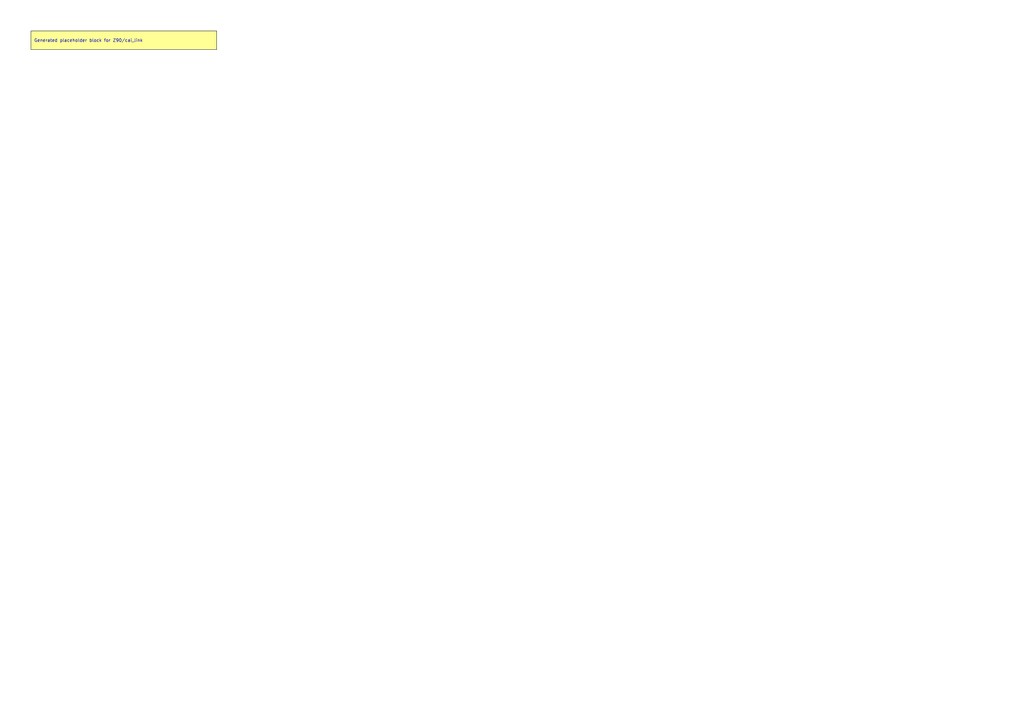
<source format=kicad_sch>
(kicad_sch
	(version 20250114)
	(generator "kicadgen")
	(generator_version "0.1")
	(uuid "24b5d9a2-6c42-53c5-a24e-1e8ed6714fdc")
	(paper "A3")
	(title_block
		(title "Z90::cai_link")
		(company "Project Carbon")
		(comment 1 "Generated - do not edit in generated/")
		(comment 2 "Edit in schem/kicad9/manual/ or refine mapping specs")
	)
	(lib_symbols)
	(text_box
		"Generated placeholder block for Z90/cai_link"
		(exclude_from_sim no)
		(at
			12.7
			12.7
			0
		)
		(size 76.2 7.62)
		(margins
			1.27
			1.27
			1.27
			1.27
		)
		(stroke
			(width 0)
			(type default)
			(color
				0
				0
				0
				1
			)
		)
		(fill
			(type color)
			(color
				255
				255
				150
				1
			)
		)
		(effects
			(font
				(size 1.27 1.27)
			)
			(justify left)
		)
		(uuid "75f10c7d-0604-52e7-a65a-70397bd491e2")
	)
	(sheet_instances
		(path
			"/"
			(page "1")
		)
	)
	(embedded_fonts no)
)

</source>
